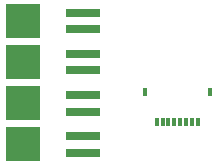
<source format=gbp>
G04*
G04 #@! TF.GenerationSoftware,Altium Limited,Altium Designer,19.1.8 (144)*
G04*
G04 Layer_Color=128*
%FSLAX43Y43*%
%MOMM*%
G71*
G01*
G75*
%ADD11R,3.000X3.000*%
%ADD27R,3.000X0.700*%
%ADD28R,0.300X0.800*%
%ADD29R,0.400X0.800*%
D11*
X8428Y9452D02*
D03*
X8428Y12928D02*
D03*
Y2500D02*
D03*
Y5976D02*
D03*
D27*
X13508Y8752D02*
D03*
Y10152D02*
D03*
X13508Y13628D02*
D03*
Y12228D02*
D03*
Y1800D02*
D03*
Y3200D02*
D03*
Y5276D02*
D03*
Y6676D02*
D03*
D28*
X19750Y4400D02*
D03*
X20250D02*
D03*
X20750D02*
D03*
X21250D02*
D03*
X21750D02*
D03*
X22250D02*
D03*
X22750D02*
D03*
X23250D02*
D03*
D29*
X24250Y6900D02*
D03*
X18750D02*
D03*
M02*

</source>
